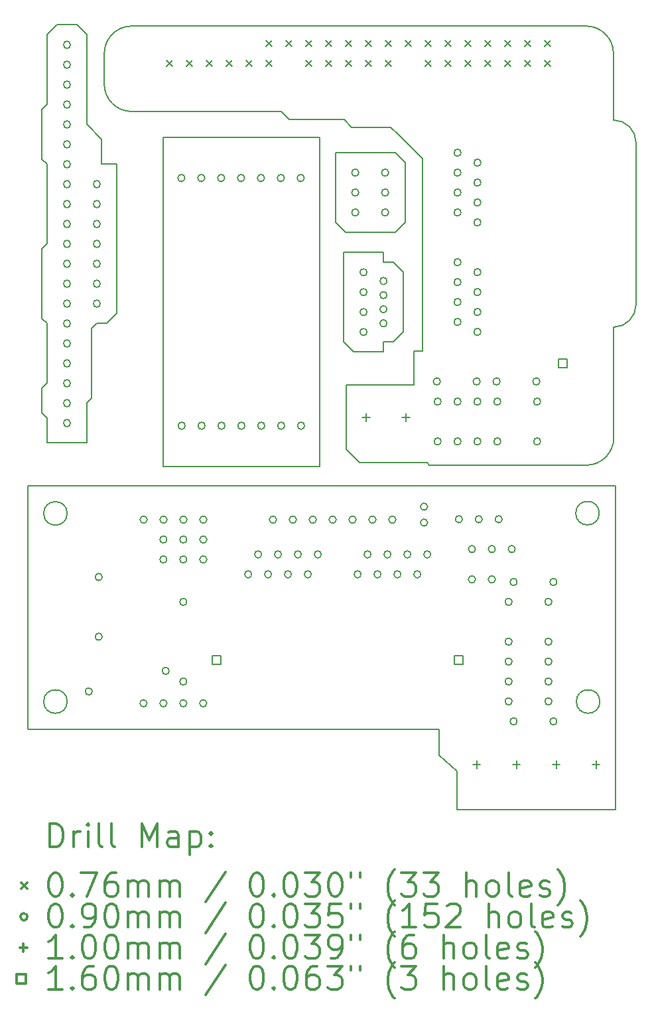
<source format=gbr>
%FSLAX45Y45*%
G04 Gerber Fmt 4.5, Leading zero omitted, Abs format (unit mm)*
G04 Created by KiCad (PCBNEW 5.0.2-bee76a0~70~ubuntu18.04.1) date su 14. heinäkuuta 2019 16.31.24*
%MOMM*%
%LPD*%
G01*
G04 APERTURE LIST*
%ADD10C,0.150000*%
%ADD11C,0.200000*%
%ADD12C,0.300000*%
G04 APERTURE END LIST*
D10*
X14097000Y-8655050D02*
X14097000Y-6584950D01*
X13811250Y-6299200D02*
G75*
G02X14097000Y-6584950I0J-285750D01*
G01*
X14097000Y-8655050D02*
G75*
G02X13811250Y-8940800I-285750J0D01*
G01*
X13811250Y-8940800D02*
X13823950Y-8940800D01*
X13811250Y-5448300D02*
X13811250Y-6299200D01*
X13811250Y-10350500D02*
X13811250Y-8940800D01*
X11811000Y-14935200D02*
X11811000Y-14605000D01*
X11582400Y-14401800D02*
X11582400Y-14274800D01*
X11811000Y-14605000D02*
X11582400Y-14401800D01*
X11370000Y-6790000D02*
X11370000Y-8390000D01*
X11070000Y-6490000D02*
X11370000Y-6790000D01*
X11260000Y-9680000D02*
X10400000Y-9680000D01*
X11260000Y-9250000D02*
X11260000Y-9680000D01*
X10400000Y-10500000D02*
X10400000Y-9680000D01*
X11430000Y-10670000D02*
X10570000Y-10670000D01*
X10400000Y-10500000D02*
X10570000Y-10670000D01*
X13840000Y-15100000D02*
X13840000Y-14910000D01*
X11810000Y-15100000D02*
X13840000Y-15100000D01*
X11810000Y-14930000D02*
X11810000Y-15100000D01*
X13838400Y-14884000D02*
X13838400Y-14934000D01*
X11460000Y-10700000D02*
X11430000Y-10670000D01*
D11*
X11149000Y-6842700D02*
X11149000Y-7604700D01*
X10260000Y-6715700D02*
X11022000Y-6715700D01*
X10365400Y-9130300D02*
X10365400Y-8114300D01*
D10*
X8058400Y-6518800D02*
X10058400Y-6518800D01*
X10058400Y-6518800D02*
X10058400Y-10718800D01*
D11*
X13628400Y-11314000D02*
G75*
G03X13628400Y-11314000I-150000J0D01*
G01*
X6349492Y-14072616D02*
X6339332Y-14071600D01*
X11582400Y-14071600D02*
X6350000Y-14071600D01*
X11582400Y-14274800D02*
X11582400Y-14071600D01*
X13836650Y-14065250D02*
X13836650Y-14884400D01*
D10*
X6516628Y-6164517D02*
X6516628Y-6799517D01*
X6516628Y-7942517D02*
X6516628Y-8831517D01*
X6516628Y-9720517D02*
X6516628Y-10038017D01*
X11460000Y-10700000D02*
X13470000Y-10700000D01*
X11370000Y-9250000D02*
X11260000Y-9250000D01*
X11370000Y-8890000D02*
X11370000Y-9250000D01*
X7660000Y-6190000D02*
X7960000Y-6190000D01*
X7310000Y-5450000D02*
X7310000Y-5840000D01*
X7660000Y-6190000D02*
G75*
G02X7310000Y-5840000I0J350000D01*
G01*
X8670000Y-6190000D02*
X7960000Y-6190000D01*
X10058400Y-10718800D02*
X8058400Y-10718800D01*
X8058400Y-10718800D02*
X8058400Y-6518800D01*
X13460000Y-5100000D02*
X7660000Y-5100000D01*
X13460000Y-5100000D02*
G75*
G02X13810000Y-5450000I0J-350000D01*
G01*
X7310000Y-5450000D02*
G75*
G02X7660000Y-5100000I350000J0D01*
G01*
X8670000Y-6190000D02*
X9170000Y-6190000D01*
X11370000Y-8390000D02*
X11370000Y-8890000D01*
X10370000Y-6290000D02*
X10170000Y-6290000D01*
X11070000Y-6490000D02*
X10970000Y-6390000D01*
X10470000Y-6390000D02*
X10370000Y-6290000D01*
X10570000Y-6390000D02*
X10470000Y-6390000D01*
X10970000Y-6390000D02*
X10570000Y-6390000D01*
X9570000Y-6190000D02*
X9170000Y-6190000D01*
X9670000Y-6290000D02*
X9570000Y-6190000D01*
X10170000Y-6290000D02*
X9670000Y-6290000D01*
X6836400Y-13717500D02*
G75*
G03X6836400Y-13717500I-150000J0D01*
G01*
X6836400Y-11317500D02*
G75*
G03X6836400Y-11317500I-150000J0D01*
G01*
X13636400Y-13717500D02*
G75*
G03X13636400Y-13717500I-150000J0D01*
G01*
X6336400Y-10967500D02*
X13836400Y-10967500D01*
X6336400Y-14067500D02*
X6336400Y-10967500D01*
X13836400Y-10967500D02*
X13836400Y-14067500D01*
X6580128Y-5212017D02*
X6580128Y-6101017D01*
X6961128Y-5085017D02*
X6707128Y-5085017D01*
X7088128Y-5212017D02*
X6961128Y-5085017D01*
X7088128Y-6355017D02*
X7088128Y-5212017D01*
X6707128Y-5085017D02*
X6580128Y-5212017D01*
X7278628Y-6545517D02*
X7088128Y-6355017D01*
X7278628Y-6863017D02*
X7278628Y-6545517D01*
X7469128Y-6863017D02*
X7278628Y-6863017D01*
X7469128Y-8768017D02*
X7469128Y-6863017D01*
X7342128Y-8895017D02*
X7469128Y-8768017D01*
X7215128Y-8895017D02*
X7342128Y-8895017D01*
X7151628Y-8958517D02*
X7215128Y-8895017D01*
X7151628Y-9847517D02*
X7151628Y-8958517D01*
X7088128Y-9911017D02*
X7151628Y-9847517D01*
X7088128Y-10419017D02*
X7088128Y-9911017D01*
X6580128Y-10419017D02*
X7088128Y-10419017D01*
X6580128Y-10101517D02*
X6580128Y-10419017D01*
X6516628Y-10038017D02*
X6580128Y-10101517D01*
X6580128Y-9657017D02*
X6516628Y-9720517D01*
X6580128Y-8895017D02*
X6580128Y-9657017D01*
X6516628Y-8831517D02*
X6580128Y-8895017D01*
X6580128Y-7879017D02*
X6516628Y-7942517D01*
X6580128Y-6863017D02*
X6580128Y-7879017D01*
X6516628Y-6799517D02*
X6580128Y-6863017D01*
X6580128Y-6101017D02*
X6516628Y-6164517D01*
X10492400Y-9257300D02*
X10365400Y-9130300D01*
X10260000Y-7604700D02*
X10260000Y-6715700D01*
X10387000Y-7731700D02*
X10260000Y-7604700D01*
X11022000Y-7731700D02*
X10387000Y-7731700D01*
D11*
X11149000Y-7604700D02*
X11022000Y-7731700D01*
X11022000Y-6715700D02*
X11149000Y-6842700D01*
D10*
X10365400Y-7987300D02*
X10365400Y-8114300D01*
X10492400Y-7987300D02*
X10365400Y-7987300D01*
X10492400Y-7987300D02*
X10873400Y-7987300D01*
D11*
X10873400Y-9257300D02*
X10492400Y-9257300D01*
X10873400Y-9130300D02*
X10873400Y-9257300D01*
X11000400Y-9130300D02*
X10873400Y-9130300D01*
X11127400Y-9003300D02*
X11000400Y-9130300D01*
X11127400Y-8241300D02*
X11127400Y-9003300D01*
X11000400Y-8114300D02*
X11127400Y-8241300D01*
X10873400Y-8114300D02*
X11000400Y-8114300D01*
X10873400Y-7987300D02*
X10873400Y-8114300D01*
D10*
X13813500Y-10352000D02*
G75*
G02X13463500Y-10702000I-350000J0D01*
G01*
D11*
X8102400Y-5536900D02*
X8178600Y-5613100D01*
X8178600Y-5536900D02*
X8102400Y-5613100D01*
X8356400Y-5536900D02*
X8432600Y-5613100D01*
X8432600Y-5536900D02*
X8356400Y-5613100D01*
X8610400Y-5536900D02*
X8686600Y-5613100D01*
X8686600Y-5536900D02*
X8610400Y-5613100D01*
X8864400Y-5536900D02*
X8940600Y-5613100D01*
X8940600Y-5536900D02*
X8864400Y-5613100D01*
X9118400Y-5536900D02*
X9194600Y-5613100D01*
X9194600Y-5536900D02*
X9118400Y-5613100D01*
X9372400Y-5282900D02*
X9448600Y-5359100D01*
X9448600Y-5282900D02*
X9372400Y-5359100D01*
X9372400Y-5536900D02*
X9448600Y-5613100D01*
X9448600Y-5536900D02*
X9372400Y-5613100D01*
X9626400Y-5282900D02*
X9702600Y-5359100D01*
X9702600Y-5282900D02*
X9626400Y-5359100D01*
X9880400Y-5282900D02*
X9956600Y-5359100D01*
X9956600Y-5282900D02*
X9880400Y-5359100D01*
X9880400Y-5536900D02*
X9956600Y-5613100D01*
X9956600Y-5536900D02*
X9880400Y-5613100D01*
X10134400Y-5282900D02*
X10210600Y-5359100D01*
X10210600Y-5282900D02*
X10134400Y-5359100D01*
X10134400Y-5536900D02*
X10210600Y-5613100D01*
X10210600Y-5536900D02*
X10134400Y-5613100D01*
X10388400Y-5282900D02*
X10464600Y-5359100D01*
X10464600Y-5282900D02*
X10388400Y-5359100D01*
X10388400Y-5536900D02*
X10464600Y-5613100D01*
X10464600Y-5536900D02*
X10388400Y-5613100D01*
X10642400Y-5282900D02*
X10718600Y-5359100D01*
X10718600Y-5282900D02*
X10642400Y-5359100D01*
X10642400Y-5536900D02*
X10718600Y-5613100D01*
X10718600Y-5536900D02*
X10642400Y-5613100D01*
X10896400Y-5282900D02*
X10972600Y-5359100D01*
X10972600Y-5282900D02*
X10896400Y-5359100D01*
X10896400Y-5536900D02*
X10972600Y-5613100D01*
X10972600Y-5536900D02*
X10896400Y-5613100D01*
X11150400Y-5282900D02*
X11226600Y-5359100D01*
X11226600Y-5282900D02*
X11150400Y-5359100D01*
X11404400Y-5282900D02*
X11480600Y-5359100D01*
X11480600Y-5282900D02*
X11404400Y-5359100D01*
X11404400Y-5536900D02*
X11480600Y-5613100D01*
X11480600Y-5536900D02*
X11404400Y-5613100D01*
X11658400Y-5282900D02*
X11734600Y-5359100D01*
X11734600Y-5282900D02*
X11658400Y-5359100D01*
X11658400Y-5536900D02*
X11734600Y-5613100D01*
X11734600Y-5536900D02*
X11658400Y-5613100D01*
X11912400Y-5282900D02*
X11988600Y-5359100D01*
X11988600Y-5282900D02*
X11912400Y-5359100D01*
X11912400Y-5536900D02*
X11988600Y-5613100D01*
X11988600Y-5536900D02*
X11912400Y-5613100D01*
X12166400Y-5282900D02*
X12242600Y-5359100D01*
X12242600Y-5282900D02*
X12166400Y-5359100D01*
X12166400Y-5536900D02*
X12242600Y-5613100D01*
X12242600Y-5536900D02*
X12166400Y-5613100D01*
X12420400Y-5282900D02*
X12496600Y-5359100D01*
X12496600Y-5282900D02*
X12420400Y-5359100D01*
X12420400Y-5536900D02*
X12496600Y-5613100D01*
X12496600Y-5536900D02*
X12420400Y-5613100D01*
X12674400Y-5282900D02*
X12750600Y-5359100D01*
X12750600Y-5282900D02*
X12674400Y-5359100D01*
X12674400Y-5536900D02*
X12750600Y-5613100D01*
X12750600Y-5536900D02*
X12674400Y-5613100D01*
X12928400Y-5282900D02*
X13004600Y-5359100D01*
X13004600Y-5282900D02*
X12928400Y-5359100D01*
X12928400Y-5536900D02*
X13004600Y-5613100D01*
X13004600Y-5536900D02*
X12928400Y-5613100D01*
X7260128Y-7117017D02*
G75*
G03X7260128Y-7117017I-45000J0D01*
G01*
X7260128Y-7371017D02*
G75*
G03X7260128Y-7371017I-45000J0D01*
G01*
X7260128Y-7625017D02*
G75*
G03X7260128Y-7625017I-45000J0D01*
G01*
X7260128Y-7879017D02*
G75*
G03X7260128Y-7879017I-45000J0D01*
G01*
X7260128Y-8133017D02*
G75*
G03X7260128Y-8133017I-45000J0D01*
G01*
X7260128Y-8387017D02*
G75*
G03X7260128Y-8387017I-45000J0D01*
G01*
X7260128Y-8641017D02*
G75*
G03X7260128Y-8641017I-45000J0D01*
G01*
X8363500Y-12446000D02*
G75*
G03X8363500Y-12446000I-45000J0D01*
G01*
X8363500Y-13462000D02*
G75*
G03X8363500Y-13462000I-45000J0D01*
G01*
X8338400Y-7038800D02*
G75*
G03X8338400Y-7038800I-45000J0D01*
G01*
X8592400Y-7038800D02*
G75*
G03X8592400Y-7038800I-45000J0D01*
G01*
X8846400Y-7038800D02*
G75*
G03X8846400Y-7038800I-45000J0D01*
G01*
X9100400Y-7038800D02*
G75*
G03X9100400Y-7038800I-45000J0D01*
G01*
X9354400Y-7038800D02*
G75*
G03X9354400Y-7038800I-45000J0D01*
G01*
X9608400Y-7038800D02*
G75*
G03X9608400Y-7038800I-45000J0D01*
G01*
X9862400Y-7038800D02*
G75*
G03X9862400Y-7038800I-45000J0D01*
G01*
X10918400Y-8352300D02*
G75*
G03X10918400Y-8352300I-45000J0D01*
G01*
X10918400Y-8532300D02*
G75*
G03X10918400Y-8532300I-45000J0D01*
G01*
X10918400Y-8712300D02*
G75*
G03X10918400Y-8712300I-45000J0D01*
G01*
X10918400Y-8892300D02*
G75*
G03X10918400Y-8892300I-45000J0D01*
G01*
X12362000Y-9633500D02*
G75*
G03X12362000Y-9633500I-45000J0D01*
G01*
X12870000Y-9633500D02*
G75*
G03X12870000Y-9633500I-45000J0D01*
G01*
X6879128Y-5339017D02*
G75*
G03X6879128Y-5339017I-45000J0D01*
G01*
X6879128Y-5593017D02*
G75*
G03X6879128Y-5593017I-45000J0D01*
G01*
X6879128Y-5847017D02*
G75*
G03X6879128Y-5847017I-45000J0D01*
G01*
X6879128Y-6101017D02*
G75*
G03X6879128Y-6101017I-45000J0D01*
G01*
X6879128Y-6355017D02*
G75*
G03X6879128Y-6355017I-45000J0D01*
G01*
X6879128Y-6609017D02*
G75*
G03X6879128Y-6609017I-45000J0D01*
G01*
X6879128Y-6863017D02*
G75*
G03X6879128Y-6863017I-45000J0D01*
G01*
X6879128Y-7117017D02*
G75*
G03X6879128Y-7117017I-45000J0D01*
G01*
X6879128Y-7371017D02*
G75*
G03X6879128Y-7371017I-45000J0D01*
G01*
X6879128Y-7625017D02*
G75*
G03X6879128Y-7625017I-45000J0D01*
G01*
X6879128Y-7879017D02*
G75*
G03X6879128Y-7879017I-45000J0D01*
G01*
X6879128Y-8133017D02*
G75*
G03X6879128Y-8133017I-45000J0D01*
G01*
X6879128Y-8387017D02*
G75*
G03X6879128Y-8387017I-45000J0D01*
G01*
X6879128Y-8641017D02*
G75*
G03X6879128Y-8641017I-45000J0D01*
G01*
X6879128Y-8895017D02*
G75*
G03X6879128Y-8895017I-45000J0D01*
G01*
X6879128Y-9149017D02*
G75*
G03X6879128Y-9149017I-45000J0D01*
G01*
X6879128Y-9403017D02*
G75*
G03X6879128Y-9403017I-45000J0D01*
G01*
X6879128Y-9657017D02*
G75*
G03X6879128Y-9657017I-45000J0D01*
G01*
X6879128Y-9911017D02*
G75*
G03X6879128Y-9911017I-45000J0D01*
G01*
X6879128Y-10165017D02*
G75*
G03X6879128Y-10165017I-45000J0D01*
G01*
X9190900Y-12095000D02*
G75*
G03X9190900Y-12095000I-45000J0D01*
G01*
X9317900Y-11841000D02*
G75*
G03X9317900Y-11841000I-45000J0D01*
G01*
X9444900Y-12095000D02*
G75*
G03X9444900Y-12095000I-45000J0D01*
G01*
X9571900Y-11841000D02*
G75*
G03X9571900Y-11841000I-45000J0D01*
G01*
X9698900Y-12095000D02*
G75*
G03X9698900Y-12095000I-45000J0D01*
G01*
X9825900Y-11841000D02*
G75*
G03X9825900Y-11841000I-45000J0D01*
G01*
X9952900Y-12095000D02*
G75*
G03X9952900Y-12095000I-45000J0D01*
G01*
X10079900Y-11841000D02*
G75*
G03X10079900Y-11841000I-45000J0D01*
G01*
X10587900Y-12095000D02*
G75*
G03X10587900Y-12095000I-45000J0D01*
G01*
X10714900Y-11841000D02*
G75*
G03X10714900Y-11841000I-45000J0D01*
G01*
X10841900Y-12095000D02*
G75*
G03X10841900Y-12095000I-45000J0D01*
G01*
X10968900Y-11841000D02*
G75*
G03X10968900Y-11841000I-45000J0D01*
G01*
X11095900Y-12095000D02*
G75*
G03X11095900Y-12095000I-45000J0D01*
G01*
X11222900Y-11841000D02*
G75*
G03X11222900Y-11841000I-45000J0D01*
G01*
X11349900Y-12095000D02*
G75*
G03X11349900Y-12095000I-45000J0D01*
G01*
X11476900Y-11841000D02*
G75*
G03X11476900Y-11841000I-45000J0D01*
G01*
X8109500Y-11650500D02*
G75*
G03X8109500Y-11650500I-45000J0D01*
G01*
X8109500Y-11904500D02*
G75*
G03X8109500Y-11904500I-45000J0D01*
G01*
X12579900Y-12192000D02*
G75*
G03X12579900Y-12192000I-45000J0D01*
G01*
X13087900Y-12192000D02*
G75*
G03X13087900Y-12192000I-45000J0D01*
G01*
X7157000Y-13589000D02*
G75*
G03X7157000Y-13589000I-45000J0D01*
G01*
X8138380Y-13326040D02*
G75*
G03X8138380Y-13326040I-45000J0D01*
G01*
X12048400Y-12158500D02*
G75*
G03X12048400Y-12158500I-45000J0D01*
G01*
X12302400Y-12158500D02*
G75*
G03X12302400Y-12158500I-45000J0D01*
G01*
X8619400Y-11650500D02*
G75*
G03X8619400Y-11650500I-45000J0D01*
G01*
X8619400Y-11904500D02*
G75*
G03X8619400Y-11904500I-45000J0D01*
G01*
X12516400Y-12446000D02*
G75*
G03X12516400Y-12446000I-45000J0D01*
G01*
X12516400Y-12954000D02*
G75*
G03X12516400Y-12954000I-45000J0D01*
G01*
X12516400Y-13208000D02*
G75*
G03X12516400Y-13208000I-45000J0D01*
G01*
X12516400Y-13462000D02*
G75*
G03X12516400Y-13462000I-45000J0D01*
G01*
X12516400Y-13716000D02*
G75*
G03X12516400Y-13716000I-45000J0D01*
G01*
X13024400Y-12446000D02*
G75*
G03X13024400Y-12446000I-45000J0D01*
G01*
X13024400Y-12954000D02*
G75*
G03X13024400Y-12954000I-45000J0D01*
G01*
X13024400Y-13208000D02*
G75*
G03X13024400Y-13208000I-45000J0D01*
G01*
X13024400Y-13462000D02*
G75*
G03X13024400Y-13462000I-45000J0D01*
G01*
X13024400Y-13716000D02*
G75*
G03X13024400Y-13716000I-45000J0D01*
G01*
X12579900Y-13970000D02*
G75*
G03X12579900Y-13970000I-45000J0D01*
G01*
X13087900Y-13970000D02*
G75*
G03X13087900Y-13970000I-45000J0D01*
G01*
X8363500Y-11650500D02*
G75*
G03X8363500Y-11650500I-45000J0D01*
G01*
X8363500Y-11904500D02*
G75*
G03X8363500Y-11904500I-45000J0D01*
G01*
X11610000Y-9891000D02*
G75*
G03X11610000Y-9891000I-45000J0D01*
G01*
X11610000Y-10399000D02*
G75*
G03X11610000Y-10399000I-45000J0D01*
G01*
X11864000Y-9891000D02*
G75*
G03X11864000Y-9891000I-45000J0D01*
G01*
X11864000Y-10399000D02*
G75*
G03X11864000Y-10399000I-45000J0D01*
G01*
X12118000Y-9891000D02*
G75*
G03X12118000Y-9891000I-45000J0D01*
G01*
X12118000Y-10399000D02*
G75*
G03X12118000Y-10399000I-45000J0D01*
G01*
X12372000Y-9891000D02*
G75*
G03X12372000Y-9891000I-45000J0D01*
G01*
X12372000Y-10399000D02*
G75*
G03X12372000Y-10399000I-45000J0D01*
G01*
X12880000Y-9891000D02*
G75*
G03X12880000Y-9891000I-45000J0D01*
G01*
X12880000Y-10399000D02*
G75*
G03X12880000Y-10399000I-45000J0D01*
G01*
X7857400Y-11396500D02*
G75*
G03X7857400Y-11396500I-45000J0D01*
G01*
X8111400Y-11396500D02*
G75*
G03X8111400Y-11396500I-45000J0D01*
G01*
X8365400Y-11396500D02*
G75*
G03X8365400Y-11396500I-45000J0D01*
G01*
X8619400Y-11396500D02*
G75*
G03X8619400Y-11396500I-45000J0D01*
G01*
X12048400Y-11772724D02*
G75*
G03X12048400Y-11772724I-45000J0D01*
G01*
X12302400Y-11772724D02*
G75*
G03X12302400Y-11772724I-45000J0D01*
G01*
X12556400Y-11772724D02*
G75*
G03X12556400Y-11772724I-45000J0D01*
G01*
X11864000Y-6716000D02*
G75*
G03X11864000Y-6716000I-45000J0D01*
G01*
X11864000Y-6970000D02*
G75*
G03X11864000Y-6970000I-45000J0D01*
G01*
X11864000Y-7224000D02*
G75*
G03X11864000Y-7224000I-45000J0D01*
G01*
X11864000Y-7478000D02*
G75*
G03X11864000Y-7478000I-45000J0D01*
G01*
X11864000Y-8113000D02*
G75*
G03X11864000Y-8113000I-45000J0D01*
G01*
X11864000Y-8367000D02*
G75*
G03X11864000Y-8367000I-45000J0D01*
G01*
X11864000Y-8621000D02*
G75*
G03X11864000Y-8621000I-45000J0D01*
G01*
X11864000Y-8875000D02*
G75*
G03X11864000Y-8875000I-45000J0D01*
G01*
X12118000Y-6843000D02*
G75*
G03X12118000Y-6843000I-45000J0D01*
G01*
X12118000Y-7097000D02*
G75*
G03X12118000Y-7097000I-45000J0D01*
G01*
X12118000Y-7351000D02*
G75*
G03X12118000Y-7351000I-45000J0D01*
G01*
X12118000Y-7605000D02*
G75*
G03X12118000Y-7605000I-45000J0D01*
G01*
X12118000Y-8240000D02*
G75*
G03X12118000Y-8240000I-45000J0D01*
G01*
X12118000Y-8494000D02*
G75*
G03X12118000Y-8494000I-45000J0D01*
G01*
X12118000Y-8748000D02*
G75*
G03X12118000Y-8748000I-45000J0D01*
G01*
X12118000Y-9002000D02*
G75*
G03X12118000Y-9002000I-45000J0D01*
G01*
X11600000Y-9633500D02*
G75*
G03X11600000Y-9633500I-45000J0D01*
G01*
X12108000Y-9633500D02*
G75*
G03X12108000Y-9633500I-45000J0D01*
G01*
X9508400Y-11396500D02*
G75*
G03X9508400Y-11396500I-45000J0D01*
G01*
X9762400Y-11396500D02*
G75*
G03X9762400Y-11396500I-45000J0D01*
G01*
X10016400Y-11396500D02*
G75*
G03X10016400Y-11396500I-45000J0D01*
G01*
X10270400Y-11396500D02*
G75*
G03X10270400Y-11396500I-45000J0D01*
G01*
X10524400Y-11396500D02*
G75*
G03X10524400Y-11396500I-45000J0D01*
G01*
X10778400Y-11396500D02*
G75*
G03X10778400Y-11396500I-45000J0D01*
G01*
X11032400Y-11396500D02*
G75*
G03X11032400Y-11396500I-45000J0D01*
G01*
X7284000Y-12128500D02*
G75*
G03X7284000Y-12128500I-45000J0D01*
G01*
X7284000Y-12890500D02*
G75*
G03X7284000Y-12890500I-45000J0D01*
G01*
X11436900Y-11231400D02*
G75*
G03X11436900Y-11231400I-45000J0D01*
G01*
X11436900Y-11434600D02*
G75*
G03X11436900Y-11434600I-45000J0D01*
G01*
X8343400Y-10198800D02*
G75*
G03X8343400Y-10198800I-45000J0D01*
G01*
X8597400Y-10198800D02*
G75*
G03X8597400Y-10198800I-45000J0D01*
G01*
X8851400Y-10198800D02*
G75*
G03X8851400Y-10198800I-45000J0D01*
G01*
X9105400Y-10198800D02*
G75*
G03X9105400Y-10198800I-45000J0D01*
G01*
X9359400Y-10198800D02*
G75*
G03X9359400Y-10198800I-45000J0D01*
G01*
X9613400Y-10198800D02*
G75*
G03X9613400Y-10198800I-45000J0D01*
G01*
X9867400Y-10198800D02*
G75*
G03X9867400Y-10198800I-45000J0D01*
G01*
X10940000Y-6969700D02*
G75*
G03X10940000Y-6969700I-45000J0D01*
G01*
X10940000Y-7223700D02*
G75*
G03X10940000Y-7223700I-45000J0D01*
G01*
X10940000Y-7477700D02*
G75*
G03X10940000Y-7477700I-45000J0D01*
G01*
X7855500Y-13740000D02*
G75*
G03X7855500Y-13740000I-45000J0D01*
G01*
X8109500Y-13740000D02*
G75*
G03X8109500Y-13740000I-45000J0D01*
G01*
X8363500Y-13740000D02*
G75*
G03X8363500Y-13740000I-45000J0D01*
G01*
X8617500Y-13740000D02*
G75*
G03X8617500Y-13740000I-45000J0D01*
G01*
X10664400Y-8241300D02*
G75*
G03X10664400Y-8241300I-45000J0D01*
G01*
X10664400Y-8495300D02*
G75*
G03X10664400Y-8495300I-45000J0D01*
G01*
X10664400Y-8749300D02*
G75*
G03X10664400Y-8749300I-45000J0D01*
G01*
X10664400Y-9003300D02*
G75*
G03X10664400Y-9003300I-45000J0D01*
G01*
X10559000Y-6969700D02*
G75*
G03X10559000Y-6969700I-45000J0D01*
G01*
X10559000Y-7223700D02*
G75*
G03X10559000Y-7223700I-45000J0D01*
G01*
X10559000Y-7477700D02*
G75*
G03X10559000Y-7477700I-45000J0D01*
G01*
X11881400Y-11391724D02*
G75*
G03X11881400Y-11391724I-45000J0D01*
G01*
X12135400Y-11391724D02*
G75*
G03X12135400Y-11391724I-45000J0D01*
G01*
X12389400Y-11391724D02*
G75*
G03X12389400Y-11391724I-45000J0D01*
G01*
X12062400Y-14474000D02*
X12062400Y-14574000D01*
X12012400Y-14524000D02*
X12112400Y-14524000D01*
X12570400Y-14474000D02*
X12570400Y-14574000D01*
X12520400Y-14524000D02*
X12620400Y-14524000D01*
X13078400Y-14474000D02*
X13078400Y-14574000D01*
X13028400Y-14524000D02*
X13128400Y-14524000D01*
X13586400Y-14474000D02*
X13586400Y-14574000D01*
X13536400Y-14524000D02*
X13636400Y-14524000D01*
X10656000Y-10040000D02*
X10656000Y-10140000D01*
X10606000Y-10090000D02*
X10706000Y-10090000D01*
X11164000Y-10040000D02*
X11164000Y-10140000D01*
X11114000Y-10090000D02*
X11214000Y-10090000D01*
X8801969Y-13243569D02*
X8801969Y-13130431D01*
X8688831Y-13130431D01*
X8688831Y-13243569D01*
X8801969Y-13243569D01*
X11888969Y-13243569D02*
X11888969Y-13130431D01*
X11775831Y-13130431D01*
X11775831Y-13243569D01*
X11888969Y-13243569D01*
X13221569Y-9459069D02*
X13221569Y-9345931D01*
X13108431Y-9345931D01*
X13108431Y-9459069D01*
X13221569Y-9459069D01*
D12*
X6615328Y-15573214D02*
X6615328Y-15273214D01*
X6686757Y-15273214D01*
X6729614Y-15287500D01*
X6758186Y-15316071D01*
X6772471Y-15344643D01*
X6786757Y-15401786D01*
X6786757Y-15444643D01*
X6772471Y-15501786D01*
X6758186Y-15530357D01*
X6729614Y-15558929D01*
X6686757Y-15573214D01*
X6615328Y-15573214D01*
X6915328Y-15573214D02*
X6915328Y-15373214D01*
X6915328Y-15430357D02*
X6929614Y-15401786D01*
X6943900Y-15387500D01*
X6972471Y-15373214D01*
X7001043Y-15373214D01*
X7101043Y-15573214D02*
X7101043Y-15373214D01*
X7101043Y-15273214D02*
X7086757Y-15287500D01*
X7101043Y-15301786D01*
X7115328Y-15287500D01*
X7101043Y-15273214D01*
X7101043Y-15301786D01*
X7286757Y-15573214D02*
X7258186Y-15558929D01*
X7243900Y-15530357D01*
X7243900Y-15273214D01*
X7443900Y-15573214D02*
X7415328Y-15558929D01*
X7401043Y-15530357D01*
X7401043Y-15273214D01*
X7786757Y-15573214D02*
X7786757Y-15273214D01*
X7886757Y-15487500D01*
X7986757Y-15273214D01*
X7986757Y-15573214D01*
X8258186Y-15573214D02*
X8258186Y-15416071D01*
X8243900Y-15387500D01*
X8215328Y-15373214D01*
X8158186Y-15373214D01*
X8129614Y-15387500D01*
X8258186Y-15558929D02*
X8229614Y-15573214D01*
X8158186Y-15573214D01*
X8129614Y-15558929D01*
X8115328Y-15530357D01*
X8115328Y-15501786D01*
X8129614Y-15473214D01*
X8158186Y-15458929D01*
X8229614Y-15458929D01*
X8258186Y-15444643D01*
X8401043Y-15373214D02*
X8401043Y-15673214D01*
X8401043Y-15387500D02*
X8429614Y-15373214D01*
X8486757Y-15373214D01*
X8515328Y-15387500D01*
X8529614Y-15401786D01*
X8543900Y-15430357D01*
X8543900Y-15516071D01*
X8529614Y-15544643D01*
X8515328Y-15558929D01*
X8486757Y-15573214D01*
X8429614Y-15573214D01*
X8401043Y-15558929D01*
X8672471Y-15544643D02*
X8686757Y-15558929D01*
X8672471Y-15573214D01*
X8658186Y-15558929D01*
X8672471Y-15544643D01*
X8672471Y-15573214D01*
X8672471Y-15387500D02*
X8686757Y-15401786D01*
X8672471Y-15416071D01*
X8658186Y-15401786D01*
X8672471Y-15387500D01*
X8672471Y-15416071D01*
X6252700Y-16029400D02*
X6328900Y-16105600D01*
X6328900Y-16029400D02*
X6252700Y-16105600D01*
X6672471Y-15903214D02*
X6701043Y-15903214D01*
X6729614Y-15917500D01*
X6743900Y-15931786D01*
X6758186Y-15960357D01*
X6772471Y-16017500D01*
X6772471Y-16088929D01*
X6758186Y-16146071D01*
X6743900Y-16174643D01*
X6729614Y-16188929D01*
X6701043Y-16203214D01*
X6672471Y-16203214D01*
X6643900Y-16188929D01*
X6629614Y-16174643D01*
X6615328Y-16146071D01*
X6601043Y-16088929D01*
X6601043Y-16017500D01*
X6615328Y-15960357D01*
X6629614Y-15931786D01*
X6643900Y-15917500D01*
X6672471Y-15903214D01*
X6901043Y-16174643D02*
X6915328Y-16188929D01*
X6901043Y-16203214D01*
X6886757Y-16188929D01*
X6901043Y-16174643D01*
X6901043Y-16203214D01*
X7015328Y-15903214D02*
X7215328Y-15903214D01*
X7086757Y-16203214D01*
X7458186Y-15903214D02*
X7401043Y-15903214D01*
X7372471Y-15917500D01*
X7358186Y-15931786D01*
X7329614Y-15974643D01*
X7315328Y-16031786D01*
X7315328Y-16146071D01*
X7329614Y-16174643D01*
X7343900Y-16188929D01*
X7372471Y-16203214D01*
X7429614Y-16203214D01*
X7458186Y-16188929D01*
X7472471Y-16174643D01*
X7486757Y-16146071D01*
X7486757Y-16074643D01*
X7472471Y-16046071D01*
X7458186Y-16031786D01*
X7429614Y-16017500D01*
X7372471Y-16017500D01*
X7343900Y-16031786D01*
X7329614Y-16046071D01*
X7315328Y-16074643D01*
X7615328Y-16203214D02*
X7615328Y-16003214D01*
X7615328Y-16031786D02*
X7629614Y-16017500D01*
X7658186Y-16003214D01*
X7701043Y-16003214D01*
X7729614Y-16017500D01*
X7743900Y-16046071D01*
X7743900Y-16203214D01*
X7743900Y-16046071D02*
X7758186Y-16017500D01*
X7786757Y-16003214D01*
X7829614Y-16003214D01*
X7858186Y-16017500D01*
X7872471Y-16046071D01*
X7872471Y-16203214D01*
X8015328Y-16203214D02*
X8015328Y-16003214D01*
X8015328Y-16031786D02*
X8029614Y-16017500D01*
X8058186Y-16003214D01*
X8101043Y-16003214D01*
X8129614Y-16017500D01*
X8143900Y-16046071D01*
X8143900Y-16203214D01*
X8143900Y-16046071D02*
X8158186Y-16017500D01*
X8186757Y-16003214D01*
X8229614Y-16003214D01*
X8258186Y-16017500D01*
X8272471Y-16046071D01*
X8272471Y-16203214D01*
X8858186Y-15888929D02*
X8601043Y-16274643D01*
X9243900Y-15903214D02*
X9272471Y-15903214D01*
X9301043Y-15917500D01*
X9315328Y-15931786D01*
X9329614Y-15960357D01*
X9343900Y-16017500D01*
X9343900Y-16088929D01*
X9329614Y-16146071D01*
X9315328Y-16174643D01*
X9301043Y-16188929D01*
X9272471Y-16203214D01*
X9243900Y-16203214D01*
X9215328Y-16188929D01*
X9201043Y-16174643D01*
X9186757Y-16146071D01*
X9172471Y-16088929D01*
X9172471Y-16017500D01*
X9186757Y-15960357D01*
X9201043Y-15931786D01*
X9215328Y-15917500D01*
X9243900Y-15903214D01*
X9472471Y-16174643D02*
X9486757Y-16188929D01*
X9472471Y-16203214D01*
X9458186Y-16188929D01*
X9472471Y-16174643D01*
X9472471Y-16203214D01*
X9672471Y-15903214D02*
X9701043Y-15903214D01*
X9729614Y-15917500D01*
X9743900Y-15931786D01*
X9758186Y-15960357D01*
X9772471Y-16017500D01*
X9772471Y-16088929D01*
X9758186Y-16146071D01*
X9743900Y-16174643D01*
X9729614Y-16188929D01*
X9701043Y-16203214D01*
X9672471Y-16203214D01*
X9643900Y-16188929D01*
X9629614Y-16174643D01*
X9615328Y-16146071D01*
X9601043Y-16088929D01*
X9601043Y-16017500D01*
X9615328Y-15960357D01*
X9629614Y-15931786D01*
X9643900Y-15917500D01*
X9672471Y-15903214D01*
X9872471Y-15903214D02*
X10058186Y-15903214D01*
X9958186Y-16017500D01*
X10001043Y-16017500D01*
X10029614Y-16031786D01*
X10043900Y-16046071D01*
X10058186Y-16074643D01*
X10058186Y-16146071D01*
X10043900Y-16174643D01*
X10029614Y-16188929D01*
X10001043Y-16203214D01*
X9915328Y-16203214D01*
X9886757Y-16188929D01*
X9872471Y-16174643D01*
X10243900Y-15903214D02*
X10272471Y-15903214D01*
X10301043Y-15917500D01*
X10315328Y-15931786D01*
X10329614Y-15960357D01*
X10343900Y-16017500D01*
X10343900Y-16088929D01*
X10329614Y-16146071D01*
X10315328Y-16174643D01*
X10301043Y-16188929D01*
X10272471Y-16203214D01*
X10243900Y-16203214D01*
X10215328Y-16188929D01*
X10201043Y-16174643D01*
X10186757Y-16146071D01*
X10172471Y-16088929D01*
X10172471Y-16017500D01*
X10186757Y-15960357D01*
X10201043Y-15931786D01*
X10215328Y-15917500D01*
X10243900Y-15903214D01*
X10458186Y-15903214D02*
X10458186Y-15960357D01*
X10572471Y-15903214D02*
X10572471Y-15960357D01*
X11015328Y-16317500D02*
X11001043Y-16303214D01*
X10972471Y-16260357D01*
X10958186Y-16231786D01*
X10943900Y-16188929D01*
X10929614Y-16117500D01*
X10929614Y-16060357D01*
X10943900Y-15988929D01*
X10958186Y-15946071D01*
X10972471Y-15917500D01*
X11001043Y-15874643D01*
X11015328Y-15860357D01*
X11101043Y-15903214D02*
X11286757Y-15903214D01*
X11186757Y-16017500D01*
X11229614Y-16017500D01*
X11258186Y-16031786D01*
X11272471Y-16046071D01*
X11286757Y-16074643D01*
X11286757Y-16146071D01*
X11272471Y-16174643D01*
X11258186Y-16188929D01*
X11229614Y-16203214D01*
X11143900Y-16203214D01*
X11115328Y-16188929D01*
X11101043Y-16174643D01*
X11386757Y-15903214D02*
X11572471Y-15903214D01*
X11472471Y-16017500D01*
X11515328Y-16017500D01*
X11543900Y-16031786D01*
X11558186Y-16046071D01*
X11572471Y-16074643D01*
X11572471Y-16146071D01*
X11558186Y-16174643D01*
X11543900Y-16188929D01*
X11515328Y-16203214D01*
X11429614Y-16203214D01*
X11401043Y-16188929D01*
X11386757Y-16174643D01*
X11929614Y-16203214D02*
X11929614Y-15903214D01*
X12058186Y-16203214D02*
X12058186Y-16046071D01*
X12043900Y-16017500D01*
X12015328Y-16003214D01*
X11972471Y-16003214D01*
X11943900Y-16017500D01*
X11929614Y-16031786D01*
X12243900Y-16203214D02*
X12215328Y-16188929D01*
X12201043Y-16174643D01*
X12186757Y-16146071D01*
X12186757Y-16060357D01*
X12201043Y-16031786D01*
X12215328Y-16017500D01*
X12243900Y-16003214D01*
X12286757Y-16003214D01*
X12315328Y-16017500D01*
X12329614Y-16031786D01*
X12343900Y-16060357D01*
X12343900Y-16146071D01*
X12329614Y-16174643D01*
X12315328Y-16188929D01*
X12286757Y-16203214D01*
X12243900Y-16203214D01*
X12515328Y-16203214D02*
X12486757Y-16188929D01*
X12472471Y-16160357D01*
X12472471Y-15903214D01*
X12743900Y-16188929D02*
X12715328Y-16203214D01*
X12658186Y-16203214D01*
X12629614Y-16188929D01*
X12615328Y-16160357D01*
X12615328Y-16046071D01*
X12629614Y-16017500D01*
X12658186Y-16003214D01*
X12715328Y-16003214D01*
X12743900Y-16017500D01*
X12758186Y-16046071D01*
X12758186Y-16074643D01*
X12615328Y-16103214D01*
X12872471Y-16188929D02*
X12901043Y-16203214D01*
X12958186Y-16203214D01*
X12986757Y-16188929D01*
X13001043Y-16160357D01*
X13001043Y-16146071D01*
X12986757Y-16117500D01*
X12958186Y-16103214D01*
X12915328Y-16103214D01*
X12886757Y-16088929D01*
X12872471Y-16060357D01*
X12872471Y-16046071D01*
X12886757Y-16017500D01*
X12915328Y-16003214D01*
X12958186Y-16003214D01*
X12986757Y-16017500D01*
X13101043Y-16317500D02*
X13115328Y-16303214D01*
X13143900Y-16260357D01*
X13158186Y-16231786D01*
X13172471Y-16188929D01*
X13186757Y-16117500D01*
X13186757Y-16060357D01*
X13172471Y-15988929D01*
X13158186Y-15946071D01*
X13143900Y-15917500D01*
X13115328Y-15874643D01*
X13101043Y-15860357D01*
X6328900Y-16463500D02*
G75*
G03X6328900Y-16463500I-45000J0D01*
G01*
X6672471Y-16299214D02*
X6701043Y-16299214D01*
X6729614Y-16313500D01*
X6743900Y-16327786D01*
X6758186Y-16356357D01*
X6772471Y-16413500D01*
X6772471Y-16484929D01*
X6758186Y-16542071D01*
X6743900Y-16570643D01*
X6729614Y-16584929D01*
X6701043Y-16599214D01*
X6672471Y-16599214D01*
X6643900Y-16584929D01*
X6629614Y-16570643D01*
X6615328Y-16542071D01*
X6601043Y-16484929D01*
X6601043Y-16413500D01*
X6615328Y-16356357D01*
X6629614Y-16327786D01*
X6643900Y-16313500D01*
X6672471Y-16299214D01*
X6901043Y-16570643D02*
X6915328Y-16584929D01*
X6901043Y-16599214D01*
X6886757Y-16584929D01*
X6901043Y-16570643D01*
X6901043Y-16599214D01*
X7058186Y-16599214D02*
X7115328Y-16599214D01*
X7143900Y-16584929D01*
X7158186Y-16570643D01*
X7186757Y-16527786D01*
X7201043Y-16470643D01*
X7201043Y-16356357D01*
X7186757Y-16327786D01*
X7172471Y-16313500D01*
X7143900Y-16299214D01*
X7086757Y-16299214D01*
X7058186Y-16313500D01*
X7043900Y-16327786D01*
X7029614Y-16356357D01*
X7029614Y-16427786D01*
X7043900Y-16456357D01*
X7058186Y-16470643D01*
X7086757Y-16484929D01*
X7143900Y-16484929D01*
X7172471Y-16470643D01*
X7186757Y-16456357D01*
X7201043Y-16427786D01*
X7386757Y-16299214D02*
X7415328Y-16299214D01*
X7443900Y-16313500D01*
X7458186Y-16327786D01*
X7472471Y-16356357D01*
X7486757Y-16413500D01*
X7486757Y-16484929D01*
X7472471Y-16542071D01*
X7458186Y-16570643D01*
X7443900Y-16584929D01*
X7415328Y-16599214D01*
X7386757Y-16599214D01*
X7358186Y-16584929D01*
X7343900Y-16570643D01*
X7329614Y-16542071D01*
X7315328Y-16484929D01*
X7315328Y-16413500D01*
X7329614Y-16356357D01*
X7343900Y-16327786D01*
X7358186Y-16313500D01*
X7386757Y-16299214D01*
X7615328Y-16599214D02*
X7615328Y-16399214D01*
X7615328Y-16427786D02*
X7629614Y-16413500D01*
X7658186Y-16399214D01*
X7701043Y-16399214D01*
X7729614Y-16413500D01*
X7743900Y-16442071D01*
X7743900Y-16599214D01*
X7743900Y-16442071D02*
X7758186Y-16413500D01*
X7786757Y-16399214D01*
X7829614Y-16399214D01*
X7858186Y-16413500D01*
X7872471Y-16442071D01*
X7872471Y-16599214D01*
X8015328Y-16599214D02*
X8015328Y-16399214D01*
X8015328Y-16427786D02*
X8029614Y-16413500D01*
X8058186Y-16399214D01*
X8101043Y-16399214D01*
X8129614Y-16413500D01*
X8143900Y-16442071D01*
X8143900Y-16599214D01*
X8143900Y-16442071D02*
X8158186Y-16413500D01*
X8186757Y-16399214D01*
X8229614Y-16399214D01*
X8258186Y-16413500D01*
X8272471Y-16442071D01*
X8272471Y-16599214D01*
X8858186Y-16284929D02*
X8601043Y-16670643D01*
X9243900Y-16299214D02*
X9272471Y-16299214D01*
X9301043Y-16313500D01*
X9315328Y-16327786D01*
X9329614Y-16356357D01*
X9343900Y-16413500D01*
X9343900Y-16484929D01*
X9329614Y-16542071D01*
X9315328Y-16570643D01*
X9301043Y-16584929D01*
X9272471Y-16599214D01*
X9243900Y-16599214D01*
X9215328Y-16584929D01*
X9201043Y-16570643D01*
X9186757Y-16542071D01*
X9172471Y-16484929D01*
X9172471Y-16413500D01*
X9186757Y-16356357D01*
X9201043Y-16327786D01*
X9215328Y-16313500D01*
X9243900Y-16299214D01*
X9472471Y-16570643D02*
X9486757Y-16584929D01*
X9472471Y-16599214D01*
X9458186Y-16584929D01*
X9472471Y-16570643D01*
X9472471Y-16599214D01*
X9672471Y-16299214D02*
X9701043Y-16299214D01*
X9729614Y-16313500D01*
X9743900Y-16327786D01*
X9758186Y-16356357D01*
X9772471Y-16413500D01*
X9772471Y-16484929D01*
X9758186Y-16542071D01*
X9743900Y-16570643D01*
X9729614Y-16584929D01*
X9701043Y-16599214D01*
X9672471Y-16599214D01*
X9643900Y-16584929D01*
X9629614Y-16570643D01*
X9615328Y-16542071D01*
X9601043Y-16484929D01*
X9601043Y-16413500D01*
X9615328Y-16356357D01*
X9629614Y-16327786D01*
X9643900Y-16313500D01*
X9672471Y-16299214D01*
X9872471Y-16299214D02*
X10058186Y-16299214D01*
X9958186Y-16413500D01*
X10001043Y-16413500D01*
X10029614Y-16427786D01*
X10043900Y-16442071D01*
X10058186Y-16470643D01*
X10058186Y-16542071D01*
X10043900Y-16570643D01*
X10029614Y-16584929D01*
X10001043Y-16599214D01*
X9915328Y-16599214D01*
X9886757Y-16584929D01*
X9872471Y-16570643D01*
X10329614Y-16299214D02*
X10186757Y-16299214D01*
X10172471Y-16442071D01*
X10186757Y-16427786D01*
X10215328Y-16413500D01*
X10286757Y-16413500D01*
X10315328Y-16427786D01*
X10329614Y-16442071D01*
X10343900Y-16470643D01*
X10343900Y-16542071D01*
X10329614Y-16570643D01*
X10315328Y-16584929D01*
X10286757Y-16599214D01*
X10215328Y-16599214D01*
X10186757Y-16584929D01*
X10172471Y-16570643D01*
X10458186Y-16299214D02*
X10458186Y-16356357D01*
X10572471Y-16299214D02*
X10572471Y-16356357D01*
X11015328Y-16713500D02*
X11001043Y-16699214D01*
X10972471Y-16656357D01*
X10958186Y-16627786D01*
X10943900Y-16584929D01*
X10929614Y-16513500D01*
X10929614Y-16456357D01*
X10943900Y-16384929D01*
X10958186Y-16342071D01*
X10972471Y-16313500D01*
X11001043Y-16270643D01*
X11015328Y-16256357D01*
X11286757Y-16599214D02*
X11115328Y-16599214D01*
X11201043Y-16599214D02*
X11201043Y-16299214D01*
X11172471Y-16342071D01*
X11143900Y-16370643D01*
X11115328Y-16384929D01*
X11558186Y-16299214D02*
X11415328Y-16299214D01*
X11401043Y-16442071D01*
X11415328Y-16427786D01*
X11443900Y-16413500D01*
X11515328Y-16413500D01*
X11543900Y-16427786D01*
X11558186Y-16442071D01*
X11572471Y-16470643D01*
X11572471Y-16542071D01*
X11558186Y-16570643D01*
X11543900Y-16584929D01*
X11515328Y-16599214D01*
X11443900Y-16599214D01*
X11415328Y-16584929D01*
X11401043Y-16570643D01*
X11686757Y-16327786D02*
X11701043Y-16313500D01*
X11729614Y-16299214D01*
X11801043Y-16299214D01*
X11829614Y-16313500D01*
X11843900Y-16327786D01*
X11858186Y-16356357D01*
X11858186Y-16384929D01*
X11843900Y-16427786D01*
X11672471Y-16599214D01*
X11858186Y-16599214D01*
X12215328Y-16599214D02*
X12215328Y-16299214D01*
X12343900Y-16599214D02*
X12343900Y-16442071D01*
X12329614Y-16413500D01*
X12301043Y-16399214D01*
X12258186Y-16399214D01*
X12229614Y-16413500D01*
X12215328Y-16427786D01*
X12529614Y-16599214D02*
X12501043Y-16584929D01*
X12486757Y-16570643D01*
X12472471Y-16542071D01*
X12472471Y-16456357D01*
X12486757Y-16427786D01*
X12501043Y-16413500D01*
X12529614Y-16399214D01*
X12572471Y-16399214D01*
X12601043Y-16413500D01*
X12615328Y-16427786D01*
X12629614Y-16456357D01*
X12629614Y-16542071D01*
X12615328Y-16570643D01*
X12601043Y-16584929D01*
X12572471Y-16599214D01*
X12529614Y-16599214D01*
X12801043Y-16599214D02*
X12772471Y-16584929D01*
X12758186Y-16556357D01*
X12758186Y-16299214D01*
X13029614Y-16584929D02*
X13001043Y-16599214D01*
X12943900Y-16599214D01*
X12915328Y-16584929D01*
X12901043Y-16556357D01*
X12901043Y-16442071D01*
X12915328Y-16413500D01*
X12943900Y-16399214D01*
X13001043Y-16399214D01*
X13029614Y-16413500D01*
X13043900Y-16442071D01*
X13043900Y-16470643D01*
X12901043Y-16499214D01*
X13158186Y-16584929D02*
X13186757Y-16599214D01*
X13243900Y-16599214D01*
X13272471Y-16584929D01*
X13286757Y-16556357D01*
X13286757Y-16542071D01*
X13272471Y-16513500D01*
X13243900Y-16499214D01*
X13201043Y-16499214D01*
X13172471Y-16484929D01*
X13158186Y-16456357D01*
X13158186Y-16442071D01*
X13172471Y-16413500D01*
X13201043Y-16399214D01*
X13243900Y-16399214D01*
X13272471Y-16413500D01*
X13386757Y-16713500D02*
X13401043Y-16699214D01*
X13429614Y-16656357D01*
X13443900Y-16627786D01*
X13458186Y-16584929D01*
X13472471Y-16513500D01*
X13472471Y-16456357D01*
X13458186Y-16384929D01*
X13443900Y-16342071D01*
X13429614Y-16313500D01*
X13401043Y-16270643D01*
X13386757Y-16256357D01*
X6278900Y-16809500D02*
X6278900Y-16909500D01*
X6228900Y-16859500D02*
X6328900Y-16859500D01*
X6772471Y-16995214D02*
X6601043Y-16995214D01*
X6686757Y-16995214D02*
X6686757Y-16695214D01*
X6658186Y-16738071D01*
X6629614Y-16766643D01*
X6601043Y-16780929D01*
X6901043Y-16966643D02*
X6915328Y-16980929D01*
X6901043Y-16995214D01*
X6886757Y-16980929D01*
X6901043Y-16966643D01*
X6901043Y-16995214D01*
X7101043Y-16695214D02*
X7129614Y-16695214D01*
X7158186Y-16709500D01*
X7172471Y-16723786D01*
X7186757Y-16752357D01*
X7201043Y-16809500D01*
X7201043Y-16880929D01*
X7186757Y-16938072D01*
X7172471Y-16966643D01*
X7158186Y-16980929D01*
X7129614Y-16995214D01*
X7101043Y-16995214D01*
X7072471Y-16980929D01*
X7058186Y-16966643D01*
X7043900Y-16938072D01*
X7029614Y-16880929D01*
X7029614Y-16809500D01*
X7043900Y-16752357D01*
X7058186Y-16723786D01*
X7072471Y-16709500D01*
X7101043Y-16695214D01*
X7386757Y-16695214D02*
X7415328Y-16695214D01*
X7443900Y-16709500D01*
X7458186Y-16723786D01*
X7472471Y-16752357D01*
X7486757Y-16809500D01*
X7486757Y-16880929D01*
X7472471Y-16938072D01*
X7458186Y-16966643D01*
X7443900Y-16980929D01*
X7415328Y-16995214D01*
X7386757Y-16995214D01*
X7358186Y-16980929D01*
X7343900Y-16966643D01*
X7329614Y-16938072D01*
X7315328Y-16880929D01*
X7315328Y-16809500D01*
X7329614Y-16752357D01*
X7343900Y-16723786D01*
X7358186Y-16709500D01*
X7386757Y-16695214D01*
X7615328Y-16995214D02*
X7615328Y-16795214D01*
X7615328Y-16823786D02*
X7629614Y-16809500D01*
X7658186Y-16795214D01*
X7701043Y-16795214D01*
X7729614Y-16809500D01*
X7743900Y-16838072D01*
X7743900Y-16995214D01*
X7743900Y-16838072D02*
X7758186Y-16809500D01*
X7786757Y-16795214D01*
X7829614Y-16795214D01*
X7858186Y-16809500D01*
X7872471Y-16838072D01*
X7872471Y-16995214D01*
X8015328Y-16995214D02*
X8015328Y-16795214D01*
X8015328Y-16823786D02*
X8029614Y-16809500D01*
X8058186Y-16795214D01*
X8101043Y-16795214D01*
X8129614Y-16809500D01*
X8143900Y-16838072D01*
X8143900Y-16995214D01*
X8143900Y-16838072D02*
X8158186Y-16809500D01*
X8186757Y-16795214D01*
X8229614Y-16795214D01*
X8258186Y-16809500D01*
X8272471Y-16838072D01*
X8272471Y-16995214D01*
X8858186Y-16680929D02*
X8601043Y-17066643D01*
X9243900Y-16695214D02*
X9272471Y-16695214D01*
X9301043Y-16709500D01*
X9315328Y-16723786D01*
X9329614Y-16752357D01*
X9343900Y-16809500D01*
X9343900Y-16880929D01*
X9329614Y-16938072D01*
X9315328Y-16966643D01*
X9301043Y-16980929D01*
X9272471Y-16995214D01*
X9243900Y-16995214D01*
X9215328Y-16980929D01*
X9201043Y-16966643D01*
X9186757Y-16938072D01*
X9172471Y-16880929D01*
X9172471Y-16809500D01*
X9186757Y-16752357D01*
X9201043Y-16723786D01*
X9215328Y-16709500D01*
X9243900Y-16695214D01*
X9472471Y-16966643D02*
X9486757Y-16980929D01*
X9472471Y-16995214D01*
X9458186Y-16980929D01*
X9472471Y-16966643D01*
X9472471Y-16995214D01*
X9672471Y-16695214D02*
X9701043Y-16695214D01*
X9729614Y-16709500D01*
X9743900Y-16723786D01*
X9758186Y-16752357D01*
X9772471Y-16809500D01*
X9772471Y-16880929D01*
X9758186Y-16938072D01*
X9743900Y-16966643D01*
X9729614Y-16980929D01*
X9701043Y-16995214D01*
X9672471Y-16995214D01*
X9643900Y-16980929D01*
X9629614Y-16966643D01*
X9615328Y-16938072D01*
X9601043Y-16880929D01*
X9601043Y-16809500D01*
X9615328Y-16752357D01*
X9629614Y-16723786D01*
X9643900Y-16709500D01*
X9672471Y-16695214D01*
X9872471Y-16695214D02*
X10058186Y-16695214D01*
X9958186Y-16809500D01*
X10001043Y-16809500D01*
X10029614Y-16823786D01*
X10043900Y-16838072D01*
X10058186Y-16866643D01*
X10058186Y-16938072D01*
X10043900Y-16966643D01*
X10029614Y-16980929D01*
X10001043Y-16995214D01*
X9915328Y-16995214D01*
X9886757Y-16980929D01*
X9872471Y-16966643D01*
X10201043Y-16995214D02*
X10258186Y-16995214D01*
X10286757Y-16980929D01*
X10301043Y-16966643D01*
X10329614Y-16923786D01*
X10343900Y-16866643D01*
X10343900Y-16752357D01*
X10329614Y-16723786D01*
X10315328Y-16709500D01*
X10286757Y-16695214D01*
X10229614Y-16695214D01*
X10201043Y-16709500D01*
X10186757Y-16723786D01*
X10172471Y-16752357D01*
X10172471Y-16823786D01*
X10186757Y-16852357D01*
X10201043Y-16866643D01*
X10229614Y-16880929D01*
X10286757Y-16880929D01*
X10315328Y-16866643D01*
X10329614Y-16852357D01*
X10343900Y-16823786D01*
X10458186Y-16695214D02*
X10458186Y-16752357D01*
X10572471Y-16695214D02*
X10572471Y-16752357D01*
X11015328Y-17109500D02*
X11001043Y-17095214D01*
X10972471Y-17052357D01*
X10958186Y-17023786D01*
X10943900Y-16980929D01*
X10929614Y-16909500D01*
X10929614Y-16852357D01*
X10943900Y-16780929D01*
X10958186Y-16738071D01*
X10972471Y-16709500D01*
X11001043Y-16666643D01*
X11015328Y-16652357D01*
X11258186Y-16695214D02*
X11201043Y-16695214D01*
X11172471Y-16709500D01*
X11158186Y-16723786D01*
X11129614Y-16766643D01*
X11115328Y-16823786D01*
X11115328Y-16938072D01*
X11129614Y-16966643D01*
X11143900Y-16980929D01*
X11172471Y-16995214D01*
X11229614Y-16995214D01*
X11258186Y-16980929D01*
X11272471Y-16966643D01*
X11286757Y-16938072D01*
X11286757Y-16866643D01*
X11272471Y-16838072D01*
X11258186Y-16823786D01*
X11229614Y-16809500D01*
X11172471Y-16809500D01*
X11143900Y-16823786D01*
X11129614Y-16838072D01*
X11115328Y-16866643D01*
X11643900Y-16995214D02*
X11643900Y-16695214D01*
X11772471Y-16995214D02*
X11772471Y-16838072D01*
X11758186Y-16809500D01*
X11729614Y-16795214D01*
X11686757Y-16795214D01*
X11658186Y-16809500D01*
X11643900Y-16823786D01*
X11958186Y-16995214D02*
X11929614Y-16980929D01*
X11915328Y-16966643D01*
X11901043Y-16938072D01*
X11901043Y-16852357D01*
X11915328Y-16823786D01*
X11929614Y-16809500D01*
X11958186Y-16795214D01*
X12001043Y-16795214D01*
X12029614Y-16809500D01*
X12043900Y-16823786D01*
X12058186Y-16852357D01*
X12058186Y-16938072D01*
X12043900Y-16966643D01*
X12029614Y-16980929D01*
X12001043Y-16995214D01*
X11958186Y-16995214D01*
X12229614Y-16995214D02*
X12201043Y-16980929D01*
X12186757Y-16952357D01*
X12186757Y-16695214D01*
X12458186Y-16980929D02*
X12429614Y-16995214D01*
X12372471Y-16995214D01*
X12343900Y-16980929D01*
X12329614Y-16952357D01*
X12329614Y-16838072D01*
X12343900Y-16809500D01*
X12372471Y-16795214D01*
X12429614Y-16795214D01*
X12458186Y-16809500D01*
X12472471Y-16838072D01*
X12472471Y-16866643D01*
X12329614Y-16895214D01*
X12586757Y-16980929D02*
X12615328Y-16995214D01*
X12672471Y-16995214D01*
X12701043Y-16980929D01*
X12715328Y-16952357D01*
X12715328Y-16938072D01*
X12701043Y-16909500D01*
X12672471Y-16895214D01*
X12629614Y-16895214D01*
X12601043Y-16880929D01*
X12586757Y-16852357D01*
X12586757Y-16838072D01*
X12601043Y-16809500D01*
X12629614Y-16795214D01*
X12672471Y-16795214D01*
X12701043Y-16809500D01*
X12815328Y-17109500D02*
X12829614Y-17095214D01*
X12858186Y-17052357D01*
X12872471Y-17023786D01*
X12886757Y-16980929D01*
X12901043Y-16909500D01*
X12901043Y-16852357D01*
X12886757Y-16780929D01*
X12872471Y-16738071D01*
X12858186Y-16709500D01*
X12829614Y-16666643D01*
X12815328Y-16652357D01*
X6305469Y-17312069D02*
X6305469Y-17198931D01*
X6192331Y-17198931D01*
X6192331Y-17312069D01*
X6305469Y-17312069D01*
X6772471Y-17391214D02*
X6601043Y-17391214D01*
X6686757Y-17391214D02*
X6686757Y-17091214D01*
X6658186Y-17134072D01*
X6629614Y-17162643D01*
X6601043Y-17176929D01*
X6901043Y-17362643D02*
X6915328Y-17376929D01*
X6901043Y-17391214D01*
X6886757Y-17376929D01*
X6901043Y-17362643D01*
X6901043Y-17391214D01*
X7172471Y-17091214D02*
X7115328Y-17091214D01*
X7086757Y-17105500D01*
X7072471Y-17119786D01*
X7043900Y-17162643D01*
X7029614Y-17219786D01*
X7029614Y-17334072D01*
X7043900Y-17362643D01*
X7058186Y-17376929D01*
X7086757Y-17391214D01*
X7143900Y-17391214D01*
X7172471Y-17376929D01*
X7186757Y-17362643D01*
X7201043Y-17334072D01*
X7201043Y-17262643D01*
X7186757Y-17234072D01*
X7172471Y-17219786D01*
X7143900Y-17205500D01*
X7086757Y-17205500D01*
X7058186Y-17219786D01*
X7043900Y-17234072D01*
X7029614Y-17262643D01*
X7386757Y-17091214D02*
X7415328Y-17091214D01*
X7443900Y-17105500D01*
X7458186Y-17119786D01*
X7472471Y-17148357D01*
X7486757Y-17205500D01*
X7486757Y-17276929D01*
X7472471Y-17334072D01*
X7458186Y-17362643D01*
X7443900Y-17376929D01*
X7415328Y-17391214D01*
X7386757Y-17391214D01*
X7358186Y-17376929D01*
X7343900Y-17362643D01*
X7329614Y-17334072D01*
X7315328Y-17276929D01*
X7315328Y-17205500D01*
X7329614Y-17148357D01*
X7343900Y-17119786D01*
X7358186Y-17105500D01*
X7386757Y-17091214D01*
X7615328Y-17391214D02*
X7615328Y-17191214D01*
X7615328Y-17219786D02*
X7629614Y-17205500D01*
X7658186Y-17191214D01*
X7701043Y-17191214D01*
X7729614Y-17205500D01*
X7743900Y-17234072D01*
X7743900Y-17391214D01*
X7743900Y-17234072D02*
X7758186Y-17205500D01*
X7786757Y-17191214D01*
X7829614Y-17191214D01*
X7858186Y-17205500D01*
X7872471Y-17234072D01*
X7872471Y-17391214D01*
X8015328Y-17391214D02*
X8015328Y-17191214D01*
X8015328Y-17219786D02*
X8029614Y-17205500D01*
X8058186Y-17191214D01*
X8101043Y-17191214D01*
X8129614Y-17205500D01*
X8143900Y-17234072D01*
X8143900Y-17391214D01*
X8143900Y-17234072D02*
X8158186Y-17205500D01*
X8186757Y-17191214D01*
X8229614Y-17191214D01*
X8258186Y-17205500D01*
X8272471Y-17234072D01*
X8272471Y-17391214D01*
X8858186Y-17076929D02*
X8601043Y-17462643D01*
X9243900Y-17091214D02*
X9272471Y-17091214D01*
X9301043Y-17105500D01*
X9315328Y-17119786D01*
X9329614Y-17148357D01*
X9343900Y-17205500D01*
X9343900Y-17276929D01*
X9329614Y-17334072D01*
X9315328Y-17362643D01*
X9301043Y-17376929D01*
X9272471Y-17391214D01*
X9243900Y-17391214D01*
X9215328Y-17376929D01*
X9201043Y-17362643D01*
X9186757Y-17334072D01*
X9172471Y-17276929D01*
X9172471Y-17205500D01*
X9186757Y-17148357D01*
X9201043Y-17119786D01*
X9215328Y-17105500D01*
X9243900Y-17091214D01*
X9472471Y-17362643D02*
X9486757Y-17376929D01*
X9472471Y-17391214D01*
X9458186Y-17376929D01*
X9472471Y-17362643D01*
X9472471Y-17391214D01*
X9672471Y-17091214D02*
X9701043Y-17091214D01*
X9729614Y-17105500D01*
X9743900Y-17119786D01*
X9758186Y-17148357D01*
X9772471Y-17205500D01*
X9772471Y-17276929D01*
X9758186Y-17334072D01*
X9743900Y-17362643D01*
X9729614Y-17376929D01*
X9701043Y-17391214D01*
X9672471Y-17391214D01*
X9643900Y-17376929D01*
X9629614Y-17362643D01*
X9615328Y-17334072D01*
X9601043Y-17276929D01*
X9601043Y-17205500D01*
X9615328Y-17148357D01*
X9629614Y-17119786D01*
X9643900Y-17105500D01*
X9672471Y-17091214D01*
X10029614Y-17091214D02*
X9972471Y-17091214D01*
X9943900Y-17105500D01*
X9929614Y-17119786D01*
X9901043Y-17162643D01*
X9886757Y-17219786D01*
X9886757Y-17334072D01*
X9901043Y-17362643D01*
X9915328Y-17376929D01*
X9943900Y-17391214D01*
X10001043Y-17391214D01*
X10029614Y-17376929D01*
X10043900Y-17362643D01*
X10058186Y-17334072D01*
X10058186Y-17262643D01*
X10043900Y-17234072D01*
X10029614Y-17219786D01*
X10001043Y-17205500D01*
X9943900Y-17205500D01*
X9915328Y-17219786D01*
X9901043Y-17234072D01*
X9886757Y-17262643D01*
X10158186Y-17091214D02*
X10343900Y-17091214D01*
X10243900Y-17205500D01*
X10286757Y-17205500D01*
X10315328Y-17219786D01*
X10329614Y-17234072D01*
X10343900Y-17262643D01*
X10343900Y-17334072D01*
X10329614Y-17362643D01*
X10315328Y-17376929D01*
X10286757Y-17391214D01*
X10201043Y-17391214D01*
X10172471Y-17376929D01*
X10158186Y-17362643D01*
X10458186Y-17091214D02*
X10458186Y-17148357D01*
X10572471Y-17091214D02*
X10572471Y-17148357D01*
X11015328Y-17505500D02*
X11001043Y-17491214D01*
X10972471Y-17448357D01*
X10958186Y-17419786D01*
X10943900Y-17376929D01*
X10929614Y-17305500D01*
X10929614Y-17248357D01*
X10943900Y-17176929D01*
X10958186Y-17134072D01*
X10972471Y-17105500D01*
X11001043Y-17062643D01*
X11015328Y-17048357D01*
X11101043Y-17091214D02*
X11286757Y-17091214D01*
X11186757Y-17205500D01*
X11229614Y-17205500D01*
X11258186Y-17219786D01*
X11272471Y-17234072D01*
X11286757Y-17262643D01*
X11286757Y-17334072D01*
X11272471Y-17362643D01*
X11258186Y-17376929D01*
X11229614Y-17391214D01*
X11143900Y-17391214D01*
X11115328Y-17376929D01*
X11101043Y-17362643D01*
X11643900Y-17391214D02*
X11643900Y-17091214D01*
X11772471Y-17391214D02*
X11772471Y-17234072D01*
X11758186Y-17205500D01*
X11729614Y-17191214D01*
X11686757Y-17191214D01*
X11658186Y-17205500D01*
X11643900Y-17219786D01*
X11958186Y-17391214D02*
X11929614Y-17376929D01*
X11915328Y-17362643D01*
X11901043Y-17334072D01*
X11901043Y-17248357D01*
X11915328Y-17219786D01*
X11929614Y-17205500D01*
X11958186Y-17191214D01*
X12001043Y-17191214D01*
X12029614Y-17205500D01*
X12043900Y-17219786D01*
X12058186Y-17248357D01*
X12058186Y-17334072D01*
X12043900Y-17362643D01*
X12029614Y-17376929D01*
X12001043Y-17391214D01*
X11958186Y-17391214D01*
X12229614Y-17391214D02*
X12201043Y-17376929D01*
X12186757Y-17348357D01*
X12186757Y-17091214D01*
X12458186Y-17376929D02*
X12429614Y-17391214D01*
X12372471Y-17391214D01*
X12343900Y-17376929D01*
X12329614Y-17348357D01*
X12329614Y-17234072D01*
X12343900Y-17205500D01*
X12372471Y-17191214D01*
X12429614Y-17191214D01*
X12458186Y-17205500D01*
X12472471Y-17234072D01*
X12472471Y-17262643D01*
X12329614Y-17291214D01*
X12586757Y-17376929D02*
X12615328Y-17391214D01*
X12672471Y-17391214D01*
X12701043Y-17376929D01*
X12715328Y-17348357D01*
X12715328Y-17334072D01*
X12701043Y-17305500D01*
X12672471Y-17291214D01*
X12629614Y-17291214D01*
X12601043Y-17276929D01*
X12586757Y-17248357D01*
X12586757Y-17234072D01*
X12601043Y-17205500D01*
X12629614Y-17191214D01*
X12672471Y-17191214D01*
X12701043Y-17205500D01*
X12815328Y-17505500D02*
X12829614Y-17491214D01*
X12858186Y-17448357D01*
X12872471Y-17419786D01*
X12886757Y-17376929D01*
X12901043Y-17305500D01*
X12901043Y-17248357D01*
X12886757Y-17176929D01*
X12872471Y-17134072D01*
X12858186Y-17105500D01*
X12829614Y-17062643D01*
X12815328Y-17048357D01*
M02*

</source>
